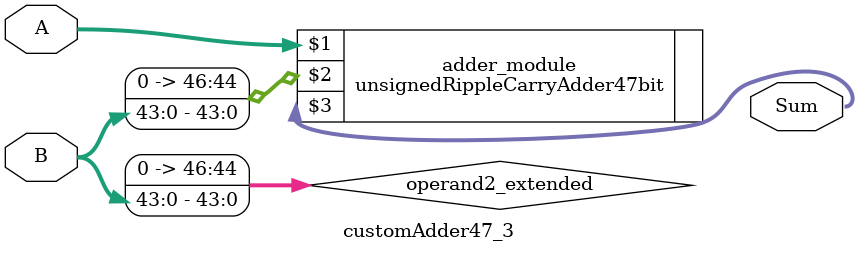
<source format=v>
module customAdder47_3(
                        input [46 : 0] A,
                        input [43 : 0] B,
                        
                        output [47 : 0] Sum
                );

        wire [46 : 0] operand2_extended;
        
        assign operand2_extended =  {3'b0, B};
        
        unsignedRippleCarryAdder47bit adder_module(
            A,
            operand2_extended,
            Sum
        );
        
        endmodule
        
</source>
